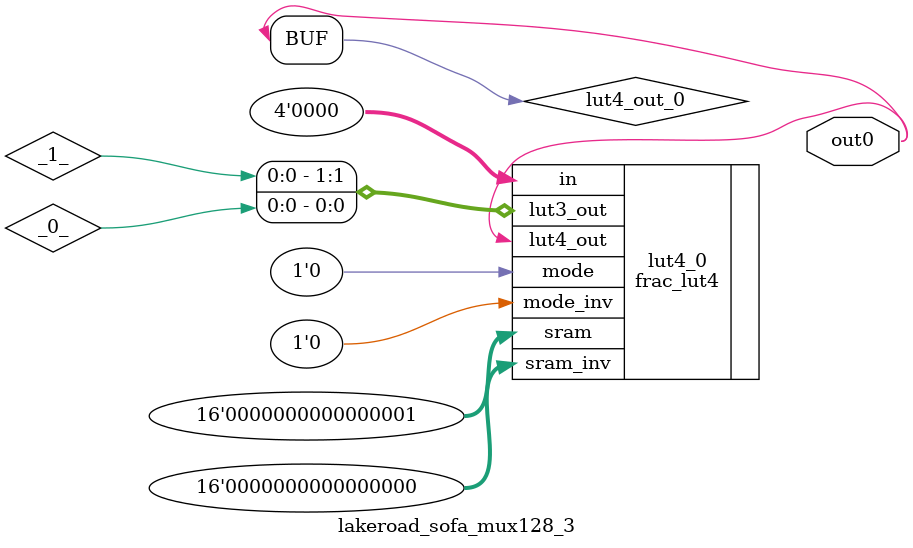
<source format=v>
/* Generated by Yosys 0.19 (git sha1 a45c131b37c, clang 13.1.6 -fPIC -Os) */

module lakeroad_sofa_mux128_3(out0);
  wire _0_;
  wire _1_;
  wire lut4_out_0;
  output out0;
  wire out0;
  frac_lut4 lut4_0 (
    .in(4'h0),
    .lut3_out({ _1_, _0_ }),
    .lut4_out(out0),
    .mode(1'h0),
    .mode_inv(1'h0),
    .sram(16'h0001),
    .sram_inv(16'h0000)
  );
  assign lut4_out_0 = out0;
endmodule


</source>
